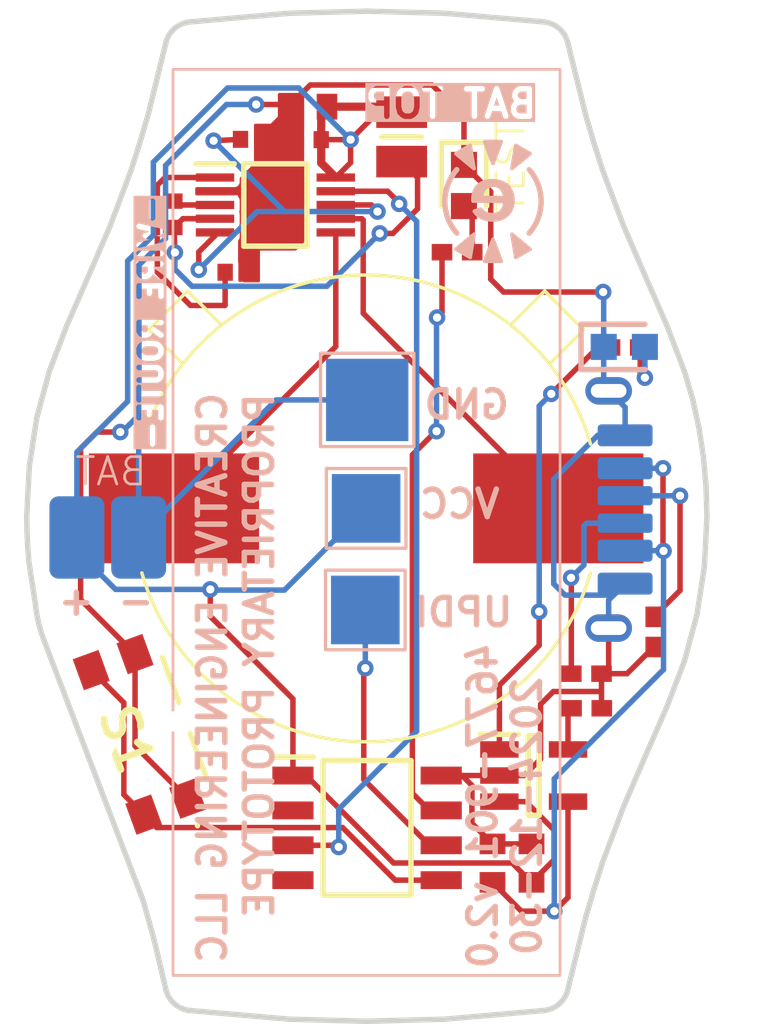
<source format=kicad_pcb>
(kicad_pcb (version 20240108) (generator "pcbnew") (generator_version "8.0")
  (layers (0 "F.Cu" signal) (31 "B.Cu" signal) (34 "B.Paste" user) (35 "F.Paste" user) (36 "B.SilkS" user "B.Silkscreen") (37 "F.SilkS" user "F.Silkscreen") (38 "B.Mask" user) (39 "F.Mask" user) (44 "Edge.Cuts" user))
  (net 0 "")
  (net 1 "Net-(IC2-BOOT)")
  (net 2 "Net-(IC2-SW)")
  (net 3 "Net-(IC2-FB)")
  (net 4 "GND")
  (net 5 "Net-(IC2-VCC)")
  (net 6 "/PWM")
  (net 7 "/VCC")
  (net 8 "Net-(IC2-OUTN)")
  (net 9 "Net-(IC2-OUTP)")
  (net 10 "/TEST")
  (net 11 "/NO_1")
  (net 12 "/STAT")
  (net 13 "Net-(IC3-PROG)")
  (net 14 "Net-(IC3-VDD)")
  (net 15 "/CC2")
  (net 16 "/CC1")
  (net 17 "Net-(LED1-A)")
  (net 18 "Net-(LED2-A)")
  (net 20 "/UPDI")
  (footprint "SD-RES-5_1K:RESC1005X40N" (layer "F.Cu") (at 150.194176 101.924199)
    (property "Reference" "R3" (hide yes))
    (property "Value" "5.1K" (hide yes))
  )
  (footprint "SD-RES-10K:RESC1005X40N" (layer "F.Cu") (at 150.204172 103.184198)
    (property "Reference" "R4" (hide yes))
    (property "Value" "10K" (hide yes))
  )
  (footprint "SD-PAM:SOP50P490X110-10N" (layer "F.Cu") (at 138.864173 84.854201)
    (property "Reference" "IC2" (hide yes))
    (property "Value" "PAM8906M1018-13" (hide yes))
  )
  (footprint "SD-RES:RESC1005X40N" (layer "F.Cu") (at 145.484174 86.574199)
    (property "Reference" "R5" (hide yes))
    (property "Value" "100 Ohms" (hide yes))
  )
  (footprint "SD-01-CAP:CAPC1005X55N" (layer "F.Cu") (at 140.054178 82.474199 180)
    (property "Reference" "C4" (hide yes))
    (property "Value" "1uF" (hide yes))
  )
  (footprint "SD-ATTINY:SOIC127P600X175-8N" (layer "F.Cu") (at 142.204174 107.539198)
    (property "Reference" "IC1" (hide yes))
    (property "Value" "ATTINY402-SSNR" (hide yes))
  )
  (footprint "SD-INDUCTOR:INDC2016X95N" (layer "F.Cu") (at 143.464174 82.374199 -90)
    (property "Reference" "L1" (hide yes))
    (property "Value" "SRN2009T-R47M" (hide yes))
  )
  (footprint "SD-01-CAP:CAPC1005X55N" (layer "F.Cu") (at 138.074173 82.464198)
    (property "Reference" "C5" (hide yes))
    (property "Value" "1uF" (hide yes))
  )
  (footprint "SD-SMD-BUZZER:XDCR_CPT-1762-90-SMT-TR" (layer "F.Cu") (at 142.17 95.9042 180)
    (property "Reference" "LS1" (hide yes))
    (property "Value" "CPT-1762-90-SMT-TR")
  )
  (footprint "SD-01-CAP:CAPC1005X55N" (layer "F.Cu") (at 137.514174 87.304199)
    (property "Reference" "C2" (hide yes))
    (property "Value" "1uF" (hide yes))
  )
  (footprint "SD-01-CAP:CAPC1005X55N" (layer "F.Cu") (at 135.174174 85.194199 90)
    (property "Reference" "C1" (hide yes))
    (property "Value" "0.1uF" (hide yes))
  )
  (footprint "SD-CAP-10:CAPC1608X90N" (layer "F.Cu") (at 148.194172 108.824203 90)
    (property "Reference" "C7" (hide yes))
    (property "Value" "10uF" (hide yes))
  )
  (footprint "SD-RES-5_1K:RESC1005X40N" (layer "F.Cu") (at 152.644173 100.4042 -90)
    (property "Reference" "R1" (hide yes))
    (property "Value" "5.1K" (hide yes))
  )
  (footprint "LED:LEDC1608X80N" (layer "F.Cu") (at 145.734171 84.144197 -90)
    (property "Reference" "LED2" (hide yes))
    (property "Value" "TEST LED" (hide yes))
  )
  (footprint "SD-SWI:436331045822" (layer "F.Cu") (at 133.4422 104.3049 -70)
    (property "Reference" "S1")
    (property "Value" "SIDE SWITCH" (hide yes))
  )
  (footprint "SD-RES:RESC1005X40N" (layer "F.Cu") (at 151.604174 90.044199)
    (property "Reference" "R2" (hide yes))
    (property "Value" "100 Ohms" (hide yes))
  )
  (footprint "SD-CAP-10:CAPC1608X90N" (layer "F.Cu") (at 146.774174 108.824204 90)
    (property "Reference" "C6" (hide yes))
    (property "Value" "10uF" (hide yes))
  )
  (footprint "SD-CAP-10:CAPC1608X90N" (layer "F.Cu") (at 140.04417 81.274196 180)
    (property "Reference" "C3" (hide yes))
    (property "Value" "10uF" (hide yes))
  )
  (footprint "SD-MCP:SOT95P270X145-5N" (layer "F.Cu") (at 148.274176 105.634207)
    (property "Reference" "IC3" (hide yes))
    (property "Value" "MCP73831T-2ACI_OT" (hide yes))
  )
  (footprint "Battery:LP402025" (layer "B.Cu") (at 138.734174 93.414199 180)
    (property "Reference" "U1" (hide yes))
    (property "Value" "LP402025")
  )
  (footprint "SD-USB-C-SHORT:MC-306LS-H50" (layer "B.Cu") (at 151.0042 95.9442 90)
    (property "Reference" "J1" (hide yes))
    (property "Value" "MC-306LS-H50")
  )
  (footprint "TestPoint:TestPoint_Pad_2.5x2.5mm" (layer "B.Cu") (at 142.14 99.6042 180)
    (property "Reference" "TP1" (hide yes))
    (property "Value" "UPDI")
  )
  (footprint "TestPoint:TestPoint_Pad_3.0x3.0mm" (layer "B.Cu") (at 142.21 91.9542 180)
    (property "Reference" "TP3" (hide yes))
    (property "Value" "GND")
  )
  (footprint "TestPoint:TestPoint_Pad_2.5x2.5mm" (layer "B.Cu") (at 142.17 95.9042 180)
    (property "Reference" "TP2" (hide yes))
    (property "Value" "VCC")
  )
  (footprint "LED:LEDC1608X80N" (layer "B.Cu") (at 151.574174 90.024198)
    (property "Reference" "LED1" (hide yes))
    (property "Value" "CHARGE INDICATOR" (hide yes))
  )
  (gr_poly (pts (xy 145.44568 83.472923) (xy 145.427915 83.479165) (xy 145.397187 83.503651) (xy 145.382304 83.520456) (xy 145.367418 83.538221) (xy 145.353016 83.555507) (xy 145.33861 83.573272) (xy 145.310764 83.609761) (xy 145.297322 83.628007) (xy 145.283875 83.646251) (xy 145.257949 83.683701) (xy 145.245466 83.702426) (xy 145.232983 83.72163) (xy 145.2205 83.740838) (xy 145.208496 83.760043) (xy 145.185449 83.799412) (xy 145.173926 83.8191) (xy 145.162882 83.839264) (xy 145.152318 83.859428) (xy 145.141755 83.879596) (xy 145.131674 83.899761) (xy 145.12159 83.920408) (xy 145.11199 83.941052) (xy 145.102386 83.961696) (xy 145.092782 83.982344) (xy 145.084141 84.003468) (xy 145.075496 84.024596) (xy 145.066856 84.045723) (xy 145.058695 84.066847) (xy 145.05053 84.088455) (xy 145.042849 84.109579) (xy 145.035648 84.131186) (xy 145.028443 84.15279) (xy 145.021242 84.174398) (xy 145.015 84.196485) (xy 145.008279 84.218088) (xy 144.996755 84.262263) (xy 144.990993 84.284347) (xy 144.985711 84.306434) (xy 144.980913 84.328521) (xy 144.976111 84.351085) (xy 144.971789 84.373172) (xy 144.967467 84.395739) (xy 144.963628 84.418306) (xy 144.959785 84.44087) (xy 144.956423 84.463437) (xy 144.950665 84.508571) (xy 144.948262 84.531138) (xy 144.945863 84.553701) (xy 144.94394 84.576269) (xy 144.94202 84.599316) (xy 144.941061 84.621883) (xy 144.939621 84.644929) (xy 144.938662 84.667493) (xy 144.938178 84.69006) (xy 144.938178 84.758721) (xy 144.938662 84.781284) (xy 144.939621 84.804332) (xy 144.941061 84.826899) (xy 144.94202 84.849466) (xy 144.94394 84.872513) (xy 144.945863 84.895076) (xy 144.948262 84.917643) (xy 144.950665 84.94021) (xy 144.953544 84.963257) (xy 144.956423 84.985821) (xy 144.959785 85.008388) (xy 144.963628 85.030475) (xy 144.967467 85.053043) (xy 144.971789 85.075606) (xy 144.976111 85.097693) (xy 144.980913 85.12026) (xy 144.985711 85.142347) (xy 144.990993 85.164431) (xy 145.002517 85.208606) (xy 145.008279 85.230689) (xy 145.015 85.252297) (xy 145.021242 85.274384) (xy 145.028443 85.295987) (xy 145.035648 85.317595) (xy 145.042849 85.339199) (xy 145.05053 85.360806) (xy 145.058695 85.381934) (xy 145.066856 85.403058) (xy 145.075496 85.424185) (xy 145.084141 85.44531) (xy 145.092782 85.466437) (xy 145.102386 85.487081) (xy 145.11199 85.507729) (xy 145.12159 85.528373) (xy 145.131674 85.549021) (xy 145.141755 85.569185) (xy 145.152318 85.589349) (xy 145.162882 85.609517) (xy 145.173926 85.629682) (xy 145.185449 85.649366) (xy 145.196973 85.669054) (xy 145.208496 85.688738) (xy 145.2205 85.707943) (xy 145.245466 85.746352) (xy 145.257949 85.765081) (xy 145.283875 85.80253) (xy 145.297322 85.821255) (xy 145.310764 85.8395) (xy 145.324687 85.857265) (xy 145.33861 85.87551) (xy 145.353016 85.893274) (xy 145.367418 85.91104) (xy 145.382304 85.928325) (xy 145.397187 85.94561) (xy 145.427435 85.969137) (xy 145.465368 85.979217) (xy 145.484573 85.978737) (xy 145.503297 85.974419) (xy 145.536908 85.954731) (xy 145.550351 85.940808) (xy 145.560915 85.924482) (xy 145.570515 85.886553) (xy 145.570515 85.866869) (xy 145.566193 85.848144) (xy 145.546509 85.814533) (xy 145.532106 85.798208) (xy 145.518179 85.781882) (xy 145.504737 85.765081) (xy 145.490814 85.748275) (xy 145.464888 85.713705) (xy 145.451922 85.69642) (xy 145.426955 85.660889) (xy 145.414952 85.643124) (xy 145.402948 85.62488) (xy 145.368378 85.570145) (xy 145.357814 85.55142) (xy 145.346774 85.532216) (xy 145.33669 85.513491) (xy 145.326127 85.494282) (xy 145.316526 85.475078) (xy 145.306922 85.455873) (xy 145.297322 85.436189) (xy 145.288197 85.4165) (xy 145.279073 85.396816) (xy 145.270432 85.377132) (xy 145.262268 85.356964) (xy 145.254107 85.33728) (xy 145.245946 85.317115) (xy 145.238261 85.296948) (xy 145.23106 85.276303) (xy 145.223858 85.256139) (xy 145.217137 85.235491) (xy 145.210895 85.214847) (xy 145.204174 85.194199) (xy 145.198412 85.173076) (xy 145.192651 85.152428) (xy 145.187369 85.131304) (xy 145.182087 85.110656) (xy 145.177288 85.089532) (xy 145.172486 85.068404) (xy 145.168164 85.046801) (xy 145.163842 85.025673) (xy 145.160003 85.004549) (xy 145.156641 84.982942) (xy 145.153282 84.961814) (xy 145.150399 84.94021) (xy 145.148 84.918603) (xy 145.145117 84.897479) (xy 145.143198 84.875872) (xy 145.141278 84.854268) (xy 145.139835 84.83266) (xy 145.138395 84.811053) (xy 145.137436 84.789449) (xy 145.136476 84.746234) (xy 145.136476 84.703023) (xy 145.136956 84.68094) (xy 145.137436 84.659332) (xy 145.138395 84.637725) (xy 145.139835 84.616121) (xy 145.141278 84.594513) (xy 145.143198 84.57339) (xy 145.145117 84.551782) (xy 145.148 84.530175) (xy 145.150399 84.508571) (xy 145.153282 84.487443) (xy 145.156641 84.465839) (xy 145.160003 84.444232) (xy 145.163842 84.423105) (xy 145.168164 84.401981) (xy 145.172486 84.380853) (xy 145.177288 84.359729) (xy 145.182087 84.338601) (xy 145.187369 84.317478) (xy 145.192651 84.29635) (xy 145.198412 84.275706) (xy 145.204174 84.255058) (xy 145.210895 84.233934) (xy 145.217137 84.21377) (xy 145.223858 84.193122) (xy 145.23106 84.172478) (xy 145.238261 84.15231) (xy 145.245946 84.131666) (xy 145.254107 84.111502) (xy 145.262268 84.091814) (xy 145.270432 84.071649) (xy 145.279073 84.051965) (xy 145.288197 84.032277) (xy 145.297322 84.012593) (xy 145.306922 83.992908) (xy 145.316526 83.9737) (xy 145.326127 83.954495) (xy 145.33669 83.935291) (xy 145.346774 83.916566) (xy 145.357814 83.897841) (xy 145.368378 83.879116) (xy 145.379901 83.860388) (xy 145.402948 83.823898) (xy 145.414952 83.805653) (xy 145.426955 83.787888) (xy 145.451922 83.752358) (xy 145.464888 83.735077) (xy 145.490814 83.700506) (xy 145.504737 83.683701) (xy 145.518179 83.666895) (xy 145.532106 83.650574) (xy 145.546509 83.634248) (xy 145.565713 83.601117) (xy 145.570515 83.562228) (xy 145.567636 83.543023) (xy 145.561395 83.525258) (xy 145.536908 83.494047) (xy 145.521542 83.482523) (xy 145.504257 83.474842) (xy 145.465368 83.47004)) (stroke (width -0.000001)) (fill solid) (layer "B.SilkS"))
  (gr_poly (pts (xy 147.469437 85.852939) (xy 147.465115 85.853899) (xy 147.460796 85.854859) (xy 147.456954 85.856298) (xy 147.452632 85.857738) (xy 147.448793 85.859661) (xy 147.44495 85.86206) (xy 147.441592 85.864463) (xy 147.438229 85.866862) (xy 147.434867 85.869741) (xy 147.431988 85.873104) (xy 147.429105 85.875986) (xy 147.426226 85.879345) (xy 147.423827 85.883188) (xy 147.421904 85.887026) (xy 147.418065 85.894711) (xy 147.416622 85.899029) (xy 147.415662 85.902872) (xy 147.414702 85.907194) (xy 147.414222 85.911516) (xy 147.414222 85.924479) (xy 147.414702 85.928798) (xy 147.555863 86.775275) (xy 147.556343 86.779594) (xy 147.559222 86.788238) (xy 147.560662 86.792077) (xy 147.562584 86.79592) (xy 147.564984 86.799762) (xy 147.567387 86.8036) (xy 147.570266 86.806963) (xy 147.573148 86.810326) (xy 147.576507 86.813205) (xy 147.57939 86.816084) (xy 147.583229 86.818966) (xy 147.586591 86.820886) (xy 147.59043 86.823289) (xy 147.594752 86.825208) (xy 147.598594 86.826648) (xy 147.602913 86.828087) (xy 147.607235 86.82905) (xy 147.611557 86.83001) (xy 147.61588 86.83049) (xy 147.62452 86.83049) (xy 147.633165 86.82953) (xy 147.637483 86.828571) (xy 147.641806 86.827127) (xy 147.646128 86.825688) (xy 147.649967 86.823768) (xy 147.653809 86.821845) (xy 148.175713 86.520323) (xy 148.179556 86.517924) (xy 148.182915 86.515521) (xy 148.186277 86.512642) (xy 148.18964 86.509759) (xy 148.192519 86.5064) (xy 148.195402 86.503038) (xy 148.197801 86.499679) (xy 148.2002 86.495836) (xy 148.202123 86.491994) (xy 148.204042 86.487675) (xy 148.205482 86.483833) (xy 148.206921 86.479511) (xy 148.207885 86.475193) (xy 148.208844 86.466548) (xy 148.208844 86.462226) (xy 148.208364 86.457427) (xy 148.207405 86.448783) (xy 148.205962 86.444944) (xy 148.203082 86.4363) (xy 148.201159 86.432458) (xy 148.19924 86.428619) (xy 148.196841 86.424776) (xy 148.193958 86.421417) (xy 148.191079 86.418055) (xy 148.188196 86.415176) (xy 148.184838 86.412293) (xy 147.522252 85.866862) (xy 147.51889 85.864463) (xy 147.515051 85.86206) (xy 147.511209 85.859661) (xy 147.50737 85.857738) (xy 147.503528 85.856298) (xy 147.499205 85.854859) (xy 147.495367 85.853899) (xy 147.491044 85.852939) (xy 147.4824 85.85198) (xy 147.478081 85.85198)) (stroke (width -0.000001)) (fill solid) (layer "B.SilkS"))
  (gr_poly (pts (xy 146.779971 86.037311) (xy 146.776129 86.038271) (xy 146.771806 86.03971) (xy 146.767488 86.040673) (xy 146.759803 86.044512) (xy 146.755964 86.046432) (xy 146.752601 86.048834) (xy 146.748763 86.051714) (xy 146.74588 86.054596) (xy 146.742521 86.057475) (xy 146.739638 86.060838) (xy 146.737239 86.064196) (xy 146.734836 86.068039) (xy 146.732437 86.071402) (xy 146.730518 86.07572) (xy 146.729075 86.079563) (xy 146.427552 86.882825) (xy 146.426593 86.887147) (xy 146.425153 86.89147) (xy 146.42419 86.895788) (xy 146.42371 86.90011) (xy 146.42371 86.913073) (xy 146.425629 86.921717) (xy 146.426593 86.926036) (xy 146.428032 86.930359) (xy 146.429952 86.934201) (xy 146.431875 86.938039) (xy 146.436673 86.945724) (xy 146.439556 86.949083) (xy 146.442438 86.952446) (xy 146.445317 86.955325) (xy 146.448676 86.958207) (xy 146.452519 86.960607) (xy 146.456361 86.96301) (xy 146.4602 86.964929) (xy 146.467884 86.968768) (xy 146.472203 86.969731) (xy 146.480848 86.97165) (xy 146.48517 86.97213) (xy 147.096379 86.97213) (xy 147.101178 86.97165) (xy 147.109822 86.969731) (xy 147.113661 86.968768) (xy 147.117983 86.966848) (xy 147.121825 86.964929) (xy 147.125664 86.96301) (xy 147.129507 86.960607) (xy 147.132869 86.958207) (xy 147.136228 86.955325) (xy 147.139591 86.952446) (xy 147.14247 86.949083) (xy 147.145353 86.945724) (xy 147.147752 86.941882) (xy 147.150154 86.938039) (xy 147.152073 86.934201) (xy 147.153993 86.930359) (xy 147.155432 86.926036) (xy 147.156396 86.921717) (xy 147.157355 86.917396) (xy 147.158315 86.908751) (xy 147.158315 86.904433) (xy 147.157355 86.895788) (xy 147.156876 86.89147) (xy 147.155432 86.887147) (xy 147.153993 86.882825) (xy 146.85295 86.079563) (xy 146.851031 86.07572) (xy 146.849108 86.071402) (xy 146.847189 86.068039) (xy 146.844789 86.064196) (xy 146.841907 86.060838) (xy 146.839028 86.057475) (xy 146.836145 86.054596) (xy 146.832786 86.051714) (xy 146.829424 86.048834) (xy 146.826065 86.046432) (xy 146.81838 86.042593) (xy 146.814061 86.040673) (xy 146.810219 86.03971) (xy 146.805897 86.038271) (xy 146.801575 86.037311) (xy 146.797256 86.036831) (xy 146.784293 86.036831)) (stroke (width -0.000001)) (fill solid) (layer "B.SilkS"))
  (gr_poly (pts (xy 146.480848 82.47712) (xy 146.472203 82.47904) (xy 146.467884 82.480483) (xy 146.464042 82.481923) (xy 146.4602 82.483842) (xy 146.456361 82.485765) (xy 146.448676 82.490563) (xy 146.445317 82.493446) (xy 146.442438 82.496805) (xy 146.439556 82.499688) (xy 146.436673 82.503526) (xy 146.434274 82.506889) (xy 146.431875 82.510731) (xy 146.429952 82.51457) (xy 146.428032 82.518892) (xy 146.426593 82.522735) (xy 146.425629 82.527053) (xy 146.42371 82.535698) (xy 146.42371 82.548661) (xy 146.42419 82.553463) (xy 146.425153 82.557785) (xy 146.426593 82.561624) (xy 146.427552 82.565946) (xy 146.729075 83.369208) (xy 146.730518 83.373531) (xy 146.732437 83.377369) (xy 146.734836 83.381212) (xy 146.737239 83.384574) (xy 146.739638 83.387933) (xy 146.742521 83.391296) (xy 146.74588 83.394175) (xy 146.748763 83.397057) (xy 146.752601 83.399936) (xy 146.755964 83.402339) (xy 146.759803 83.404259) (xy 146.767488 83.408097) (xy 146.771806 83.409541) (xy 146.776129 83.4105) (xy 146.779971 83.41146) (xy 146.784293 83.41194) (xy 146.788612 83.41242) (xy 146.792934 83.41242) (xy 146.797256 83.41194) (xy 146.801575 83.41146) (xy 146.810219 83.409541) (xy 146.814061 83.408097) (xy 146.81838 83.406178) (xy 146.826065 83.402339) (xy 146.829424 83.399936) (xy 146.832786 83.397057) (xy 146.836145 83.394175) (xy 146.839028 83.391296) (xy 146.841907 83.387933) (xy 146.844789 83.384574) (xy 146.847189 83.381212) (xy 146.849108 83.377369) (xy 146.851031 83.373531) (xy 146.85295 83.369208) (xy 147.153993 82.565946) (xy 147.155432 82.561624) (xy 147.156876 82.557785) (xy 147.157355 82.553463) (xy 147.157835 82.548661) (xy 147.158315 82.544338) (xy 147.158315 82.54002) (xy 147.157355 82.531375) (xy 147.156396 82.527053) (xy 147.155432 82.522735) (xy 147.153993 82.518892) (xy 147.152073 82.51457) (xy 147.150154 82.510731) (xy 147.147752 82.506889) (xy 147.145353 82.503526) (xy 147.14247 82.499688) (xy 147.139591 82.496805) (xy 147.136228 82.493446) (xy 147.132869 82.490563) (xy 147.129507 82.488164) (xy 147.125664 82.485765) (xy 147.121825 82.483842) (xy 147.117983 82.481923) (xy 147.113661 82.480483) (xy 147.109822 82.47904) (xy 147.101178 82.47712) (xy 147.096379 82.476641) (xy 146.48517 82.476641)) (stroke (width -0.000001)) (fill solid) (layer "B.SilkS"))
  (gr_poly (pts (xy 145.952699 82.618764) (xy 145.944054 82.620684) (xy 145.939736 82.621643) (xy 145.935893 82.623087) (xy 145.932051 82.625006) (xy 145.927732 82.627405) (xy 145.406308 82.928451) (xy 145.398623 82.93325) (xy 145.395264 82.936133) (xy 145.392382 82.939012) (xy 145.389503 82.942374) (xy 145.38662 82.945737) (xy 145.383741 82.949575) (xy 145.381818 82.952938) (xy 145.379419 82.957256) (xy 145.377979 82.961099) (xy 145.376536 82.965421) (xy 145.375096 82.96926) (xy 145.374137 82.973582) (xy 145.373177 82.982227) (xy 145.373177 82.991347) (xy 145.373657 82.995669) (xy 145.374616 82.999992) (xy 145.375576 83.00431) (xy 145.377019 83.008152) (xy 145.378939 83.012475) (xy 145.380858 83.016313) (xy 145.382781 83.020156) (xy 145.38518 83.023998) (xy 145.388063 83.027357) (xy 145.390942 83.03072) (xy 145.393821 83.034078) (xy 145.397184 83.036961) (xy 146.059769 83.581912) (xy 146.063128 83.584312) (xy 146.06697 83.586714) (xy 146.070809 83.589114) (xy 146.074651 83.591033) (xy 146.078494 83.592476) (xy 146.082333 83.593916) (xy 146.086655 83.595355) (xy 146.090977 83.595835) (xy 146.095299 83.596795) (xy 146.108262 83.596795) (xy 146.112581 83.595835) (xy 146.116903 83.595355) (xy 146.120745 83.593916) (xy 146.125064 83.592476) (xy 146.128906 83.591033) (xy 146.132748 83.589114) (xy 146.136587 83.586714) (xy 146.14043 83.584792) (xy 146.143792 83.581912) (xy 146.147151 83.57903) (xy 146.150034 83.576151) (xy 146.152913 83.572788) (xy 146.155796 83.569429) (xy 146.157715 83.565587) (xy 146.160114 83.561745) (xy 146.162037 83.557906) (xy 146.163477 83.554064) (xy 146.164916 83.549741) (xy 146.166356 83.545903) (xy 146.166836 83.54158) (xy 146.167799 83.537258) (xy 146.167799 83.528617) (xy 146.167319 83.524295) (xy 146.166836 83.519973) (xy 146.026158 82.673499) (xy 146.025199 82.669177) (xy 146.024239 82.664858) (xy 146.022796 82.661016) (xy 146.020877 82.656694) (xy 146.018957 82.652855) (xy 146.017034 82.649013) (xy 146.014635 82.64565) (xy 146.011756 82.641811) (xy 146.005514 82.63557) (xy 146.002152 82.632687) (xy 145.998789 82.630288) (xy 145.99495 82.627885) (xy 145.991108 82.625486) (xy 145.987269 82.623566) (xy 145.982947 82.622123) (xy 145.979104 82.620684) (xy 145.974782 82.619724) (xy 145.970464 82.618764) (xy 145.966141 82.618764) (xy 145.961339 82.618285) (xy 145.957017 82.618285)) (stroke (width -0.000001)) (fill solid) (layer "B.SilkS"))
  (gr_poly (pts (xy 148.077769 83.474842) (xy 148.060483 83.482523) (xy 148.044641 83.494047) (xy 148.020635 83.525258) (xy 148.01391 83.543023) (xy 148.011031 83.562228) (xy 148.016312 83.601117) (xy 148.035517 83.634248) (xy 148.04944 83.650574) (xy 148.063366 83.666895) (xy 148.077289 83.683701) (xy 148.090732 83.700506) (xy 148.104178 83.717791) (xy 148.117141 83.735077) (xy 148.130104 83.752358) (xy 148.15507 83.787888) (xy 148.167074 83.805653) (xy 148.179077 83.823898) (xy 148.202124 83.860388) (xy 148.213168 83.879116) (xy 148.224211 83.897841) (xy 148.234771 83.916566) (xy 148.245335 83.935291) (xy 148.255419 83.954495) (xy 148.265499 83.9737) (xy 148.275104 83.992908) (xy 148.284708 84.012593) (xy 148.293828 84.032277) (xy 148.302473 84.051965) (xy 148.311594 84.071649) (xy 148.319758 84.091814) (xy 148.327919 84.111502) (xy 148.3356 84.131666) (xy 148.343281 84.15231) (xy 148.350966 84.172478) (xy 148.357687 84.193122) (xy 148.364889 84.21377) (xy 148.37113 84.233934) (xy 148.377372 84.255058) (xy 148.383613 84.275706) (xy 148.389375 84.29635) (xy 148.394657 84.317478) (xy 148.399939 84.338601) (xy 148.404741 84.359729) (xy 148.409539 84.380853) (xy 148.413861 84.401981) (xy 148.417704 84.423105) (xy 148.421543 84.444232) (xy 148.425385 84.465839) (xy 148.428268 84.487443) (xy 148.431626 84.508571) (xy 148.434029 84.530175) (xy 148.438828 84.57339) (xy 148.440271 84.594513) (xy 148.44219 84.616121) (xy 148.44315 84.637725) (xy 148.445069 84.68094) (xy 148.445549 84.703023) (xy 148.445549 84.746234) (xy 148.445069 84.767841) (xy 148.44411 84.789449) (xy 148.44315 84.811053) (xy 148.44219 84.83266) (xy 148.440271 84.854268) (xy 148.438828 84.875872) (xy 148.436429 84.897479) (xy 148.434029 84.918603) (xy 148.431626 84.94021) (xy 148.428268 84.961814) (xy 148.425385 84.982942) (xy 148.421543 85.004549) (xy 148.417704 85.025673) (xy 148.413861 85.046801) (xy 148.409539 85.068404) (xy 148.404741 85.089532) (xy 148.399939 85.110656) (xy 148.394657 85.131304) (xy 148.389375 85.152428) (xy 148.383613 85.173076) (xy 148.377372 85.194199) (xy 148.37113 85.214847) (xy 148.364889 85.235491) (xy 148.357687 85.256139) (xy 148.350966 85.276303) (xy 148.343281 85.296948) (xy 148.3356 85.317115) (xy 148.327919 85.33728) (xy 148.319758 85.356964) (xy 148.311594 85.377132) (xy 148.302473 85.396816) (xy 148.293828 85.4165) (xy 148.284708 85.436189) (xy 148.275104 85.455873) (xy 148.265499 85.475078) (xy 148.255419 85.494282) (xy 148.245335 85.513491) (xy 148.234771 85.532216) (xy 148.224211 85.55142) (xy 148.213168 85.570145) (xy 148.202124 85.58839) (xy 148.179077 85.62488) (xy 148.167074 85.643124) (xy 148.15507 85.660889) (xy 148.130104 85.69642) (xy 148.104178 85.73099) (xy 148.090732 85.748275) (xy 148.077289 85.765081) (xy 148.063366 85.781882) (xy 148.04944 85.798208) (xy 148.035517 85.814533) (xy 148.015833 85.848144) (xy 148.01151 85.866869) (xy 148.011031 85.886553) (xy 148.021115 85.924482) (xy 148.031195 85.940808) (xy 148.044641 85.954731) (xy 148.078728 85.974419) (xy 148.096973 85.978737) (xy 148.116661 85.979217) (xy 148.154111 85.969137) (xy 148.184839 85.94561) (xy 148.199721 85.928325) (xy 148.214127 85.91104) (xy 148.22853 85.893274) (xy 148.242936 85.87551) (xy 148.256859 85.857265) (xy 148.270781 85.8395) (xy 148.284708 85.821255) (xy 148.297671 85.80253) (xy 148.311113 85.783805) (xy 148.324077 85.765081) (xy 148.33656 85.746352) (xy 148.349043 85.727148) (xy 148.37305 85.688738) (xy 148.385053 85.669054) (xy 148.396576 85.649366) (xy 148.40762 85.629682) (xy 148.418664 85.609517) (xy 148.429707 85.589349) (xy 148.440271 85.569185) (xy 148.450351 85.549021) (xy 148.460435 85.528373) (xy 148.470039 85.507729) (xy 148.47964 85.487081) (xy 148.488764 85.466437) (xy 148.497885 85.44531) (xy 148.506529 85.424185) (xy 148.51517 85.403058) (xy 148.523331 85.381934) (xy 148.531016 85.360806) (xy 148.538697 85.339199) (xy 148.546378 85.317595) (xy 148.553583 85.295987) (xy 148.560304 85.274384) (xy 148.567026 85.252297) (xy 148.573267 85.230689) (xy 148.579509 85.208606) (xy 148.591032 85.164431) (xy 148.596314 85.142347) (xy 148.601113 85.12026) (xy 148.605915 85.097693) (xy 148.610237 85.075606) (xy 148.614559 85.053043) (xy 148.618398 85.030475) (xy 148.62224 85.008388) (xy 148.625119 84.985821) (xy 148.628482 84.963257) (xy 148.631361 84.94021) (xy 148.633764 84.917643) (xy 148.636163 84.895076) (xy 148.638086 84.872513) (xy 148.639525 84.849466) (xy 148.642404 84.804332) (xy 148.642884 84.781284) (xy 148.643848 84.758721) (xy 148.643848 84.69006) (xy 148.642884 84.667493) (xy 148.642404 84.644929) (xy 148.640965 84.621883) (xy 148.639525 84.599316) (xy 148.638086 84.576269) (xy 148.636163 84.553701) (xy 148.633764 84.531138) (xy 148.631361 84.508571) (xy 148.628482 84.486004) (xy 148.625119 84.463437) (xy 148.62224 84.44087) (xy 148.618398 84.418306) (xy 148.614559 84.395739) (xy 148.610237 84.373172) (xy 148.605915 84.351085) (xy 148.601113 84.328521) (xy 148.596314 84.306434) (xy 148.591032 84.284347) (xy 148.585271 84.262263) (xy 148.579509 84.240175) (xy 148.573267 84.218088) (xy 148.567026 84.196485) (xy 148.560304 84.174398) (xy 148.553583 84.15279) (xy 148.546378 84.131186) (xy 148.538697 84.109579) (xy 148.531016 84.088455) (xy 148.523331 84.066847) (xy 148.51517 84.045723) (xy 148.506529 84.024596) (xy 148.497885 84.003468) (xy 148.488764 83.982344) (xy 148.47964 83.961696) (xy 148.470039 83.941052) (xy 148.460435 83.920408) (xy 148.450351 83.899761) (xy 148.440271 83.879596) (xy 148.429707 83.859428) (xy 148.40762 83.8191) (xy 148.396576 83.799412) (xy 148.385053 83.779727) (xy 148.37305 83.760043) (xy 148.361046 83.740838) (xy 148.349043 83.72163) (xy 148.33656 83.702426) (xy 148.324077 83.683701) (xy 148.311113 83.664976) (xy 148.297671 83.646251) (xy 148.284708 83.628007) (xy 148.270781 83.609761) (xy 148.242936 83.573272) (xy 148.22853 83.555507) (xy 148.214127 83.538221) (xy 148.199721 83.520456) (xy 148.184839 83.503651) (xy 148.154111 83.479165) (xy 148.136346 83.472923) (xy 148.116661 83.47004)) (stroke (width -0.000001)) (fill solid) (layer "B.SilkS"))
  (gr_poly (pts (xy 146.71467 83.905997) (xy 146.654654 83.91032) (xy 146.595117 83.918001) (xy 146.536064 83.929524) (xy 146.486607 83.942007) (xy 146.438114 83.957373) (xy 146.391061 83.976098) (xy 146.34545 83.998182) (xy 146.301276 84.023631) (xy 146.259508 84.05244) (xy 146.220135 84.084607) (xy 146.183645 84.120138) (xy 146.150515 84.158547) (xy 146.120266 84.199359) (xy 146.093861 84.24257) (xy 146.070813 84.288184) (xy 146.045847 84.347721) (xy 146.026639 84.409657) (xy 146.012236 84.472556) (xy 146.002632 84.536411) (xy 145.997354 84.60075) (xy 145.995431 84.665569) (xy 145.995431 84.683334) (xy 145.996391 84.705901) (xy 145.997834 84.716461) (xy 146.000233 84.727025) (xy 146.004076 84.736629) (xy 146.009357 84.74575) (xy 146.016079 84.753914) (xy 146.02376 84.761116) (xy 146.032401 84.767357) (xy 146.042005 84.772159) (xy 146.052089 84.775998) (xy 146.062649 84.778401) (xy 146.073213 84.779361) (xy 147.154955 84.779361) (xy 147.149673 84.81585) (xy 147.141991 84.85186) (xy 147.132387 84.88739) (xy 147.119904 84.921961) (xy 147.105022 84.955568) (xy 147.086773 84.987739) (xy 147.06517 85.017508) (xy 147.041163 85.044393) (xy 147.014273 85.0684) (xy 146.984505 85.089047) (xy 146.952817 85.106333) (xy 146.918727 85.120255) (xy 146.88368 85.130819) (xy 146.84767 85.138021) (xy 146.81118 85.141863) (xy 146.774207 85.142823) (xy 146.727157 85.141383) (xy 146.680584 85.136101) (xy 146.634489 85.126977) (xy 146.589359 85.113534) (xy 146.552386 85.098168) (xy 146.517339 85.078964) (xy 146.484208 85.056396) (xy 146.45348 85.030471) (xy 146.425631 85.002142) (xy 146.400185 84.971414) (xy 146.392504 84.962773) (xy 146.38338 84.955088) (xy 146.373296 84.948846) (xy 146.362256 84.944528) (xy 146.350732 84.941645) (xy 146.339209 84.940686) (xy 146.327685 84.941645) (xy 146.316162 84.944048) (xy 146.098179 85.011746) (xy 146.087619 85.016068) (xy 146.078015 85.021829) (xy 146.069374 85.028551) (xy 146.061689 85.036712) (xy 146.055448 85.045833) (xy 146.050646 85.055917) (xy 146.047287 85.06648) (xy 146.045367 85.077524) (xy 146.045367 85.088568) (xy 146.046327 85.099608) (xy 146.049206 85.110171) (xy 146.053528 85.120255) (xy 146.05929 85.12986) (xy 146.090978 85.171148) (xy 146.124588 85.21052) (xy 146.161078 85.24749) (xy 146.200447 85.28158) (xy 146.241739 85.312788) (xy 146.284954 85.341597) (xy 146.330084 85.367043) (xy 146.390101 85.394892) (xy 146.452041 85.417459) (xy 146.515416 85.435221) (xy 146.580235 85.448187) (xy 146.645533 85.457308) (xy 146.711311 85.46211) (xy 146.77709 85.464029) (xy 146.77805 85.467872) (xy 146.839506 85.466432) (xy 146.900482 85.46163) (xy 146.960982 85.452989) (xy 147.020999 85.440023) (xy 147.070931 85.4261) (xy 147.119904 85.409295) (xy 147.167918 85.38865) (xy 147.214011 85.364644) (xy 147.258662 85.337755) (xy 147.301393 85.307986) (xy 147.341726 85.275339) (xy 147.379175 85.239329) (xy 147.413745 85.200436) (xy 147.445913 85.159145) (xy 147.474722 85.115933) (xy 147.499688 85.070323) (xy 147.523695 85.018947) (xy 147.543863 84.965652) (xy 147.558745 84.910917) (xy 147.570269 84.855223) (xy 147.578429 84.799045) (xy 147.583231 84.742391) (xy 147.584675 84.685733) (xy 147.583231 84.624277) (xy 147.57795 84.562821) (xy 147.571297 84.520569) (xy 147.14535 84.520569) (xy 146.450647 84.520569) (xy 146.45444 84.4836) (xy 146.461641 84.446627) (xy 146.472205 84.410617) (xy 146.487087 84.37605) (xy 146.505815 84.343398) (xy 146.527899 84.31315) (xy 146.552386 84.287224) (xy 146.579755 84.264178) (xy 146.609523 84.244493) (xy 146.641691 84.228647) (xy 146.675302 84.216164) (xy 146.709872 84.20752) (xy 146.745402 84.202722) (xy 146.781412 84.201278) (xy 146.820301 84.202722) (xy 146.859194 84.20704) (xy 146.897603 84.215205) (xy 146.934573 84.227688) (xy 146.970103 84.244493) (xy 147.003233 84.265617) (xy 147.02868 84.286745) (xy 147.051727 84.310271) (xy 147.071891 84.336197) (xy 147.089656 84.364047) (xy 147.108861 84.401016) (xy 147.124226 84.439905) (xy 147.13623 84.479757) (xy 147.14535 84.520569) (xy 147.571297 84.520569) (xy 147.568349 84.501845) (xy 147.554906 84.441828) (xy 147.54002 84.391892) (xy 147.521296 84.343398) (xy 147.499208 84.295865) (xy 147.473762 84.250255) (xy 147.444953 84.20704) (xy 147.412786 84.165752) (xy 147.377736 84.127339) (xy 147.339327 84.091809) (xy 147.298514 84.059161) (xy 147.255303 84.029873) (xy 147.210169 84.003463) (xy 147.163595 83.980417) (xy 147.11078 83.959292) (xy 147.056525 83.941527) (xy 147.00131 83.927605) (xy 146.945136 83.917521) (xy 146.888478 83.91032) (xy 146.831825 83.905997) (xy 146.774687 83.904558)) (stroke (width -0.000001)) (fill solid) (layer "B.SilkS"))
  (gr_poly (pts (xy 146.095302 85.85246) (xy 146.090979 85.85294) (xy 146.086657 85.853899) (xy 146.082339 85.854859) (xy 146.074654 85.857738) (xy 146.070815 85.859661) (xy 146.066973 85.86206) (xy 146.06313 85.864463) (xy 146.059771 85.866862) (xy 145.397186 86.412293) (xy 145.393824 86.415172) (xy 145.390945 86.418055) (xy 145.388066 86.421417) (xy 145.385183 86.424777) (xy 145.382784 86.428619) (xy 145.380864 86.432458) (xy 145.378941 86.4363) (xy 145.377022 86.440622) (xy 145.375582 86.444944) (xy 145.374619 86.448783) (xy 145.37366 86.453105) (xy 145.37318 86.457428) (xy 145.37318 86.466548) (xy 145.37366 86.470871) (xy 145.374139 86.475189) (xy 145.375103 86.479511) (xy 145.376542 86.483834) (xy 145.377982 86.487676) (xy 145.379421 86.491994) (xy 145.38182 86.495837) (xy 145.383743 86.499679) (xy 145.386622 86.503038) (xy 145.389505 86.506401) (xy 145.392384 86.509759) (xy 145.395267 86.512642) (xy 145.398626 86.515521) (xy 145.402468 86.517924) (xy 145.40631 86.520323) (xy 145.927735 86.821846) (xy 145.932054 86.823769) (xy 145.935896 86.825688) (xy 145.939739 86.827128) (xy 145.944057 86.828571) (xy 145.948379 86.829531) (xy 145.957023 86.83049) (xy 145.966144 86.83049) (xy 145.970466 86.83001) (xy 145.974789 86.829051) (xy 145.979107 86.828087) (xy 145.98295 86.826648) (xy 145.987272 86.825208) (xy 145.991111 86.823289) (xy 145.994953 86.820886) (xy 145.998795 86.818967) (xy 146.002154 86.816084) (xy 146.005517 86.813205) (xy 146.008875 86.810326) (xy 146.011758 86.806963) (xy 146.014637 86.803601) (xy 146.01704 86.799762) (xy 146.020879 86.792078) (xy 146.022802 86.788239) (xy 146.024241 86.783917) (xy 146.025201 86.779594) (xy 146.026161 86.775276) (xy 146.166842 85.928798) (xy 146.167321 85.92448) (xy 146.167801 85.920157) (xy 146.167801 85.911513) (xy 146.166842 85.907194) (xy 146.166362 85.902872) (xy 146.164919 85.89903) (xy 146.163479 85.894711) (xy 146.16204 85.890869) (xy 146.160117 85.887026) (xy 146.157717 85.883188) (xy 146.155798 85.879345) (xy 146.152915 85.875983) (xy 146.150036 85.873104) (xy 146.147154 85.869741) (xy 146.143795 85.866862) (xy 146.140432 85.864463) (xy 146.136594 85.86206) (xy 146.132751 85.859661) (xy 146.128909 85.857738) (xy 146.12507 85.856298) (xy 146.120748 85.854859) (xy 146.116906 85.853899) (xy 146.112587 85.85294) (xy 146.108265 85.85246) (xy 146.103943 85.851976) (xy 146.09962 85.851976)) (stroke (width -0.000001)) (fill solid) (layer "B.SilkS"))
  (gr_poly (pts (xy 147.615884 82.618762) (xy 147.611562 82.618762) (xy 147.607239 82.619726) (xy 147.602917 82.620685) (xy 147.598599 82.622125) (xy 147.594756 82.623564) (xy 147.590434 82.625487) (xy 147.586595 82.627887) (xy 147.583233 82.630286) (xy 147.57939 82.632689) (xy 147.576511 82.635568) (xy 147.573152 82.63893) (xy 147.57027 82.641809) (xy 147.567387 82.645652) (xy 147.564988 82.649011) (xy 147.562589 82.652853) (xy 147.560665 82.656695) (xy 147.559226 82.661014) (xy 147.557786 82.664856) (xy 147.556347 82.669178) (xy 147.555867 82.673501) (xy 147.414706 83.519974) (xy 147.414226 83.524297) (xy 147.414226 83.53726) (xy 147.414706 83.541582) (xy 147.415666 83.545901) (xy 147.416626 83.549743) (xy 147.418069 83.554065) (xy 147.419988 83.557904) (xy 147.421908 83.561746) (xy 147.423831 83.565589) (xy 147.42623 83.569427) (xy 147.429109 83.57279) (xy 147.431991 83.576149) (xy 147.434871 83.579031) (xy 147.438233 83.581911) (xy 147.441592 83.584793) (xy 147.444955 83.586712) (xy 147.448797 83.589115) (xy 147.452636 83.591035) (xy 147.456958 83.592474) (xy 147.4608 83.593914) (xy 147.465119 83.595357) (xy 147.469441 83.595837) (xy 147.473763 83.596797) (xy 147.486726 83.596797) (xy 147.491048 83.595837) (xy 147.495367 83.595357) (xy 147.499209 83.593914) (xy 147.503532 83.592474) (xy 147.50737 83.591035) (xy 147.511213 83.589115) (xy 147.515055 83.586712) (xy 147.518894 83.584313) (xy 147.522256 83.581911) (xy 148.184842 83.036959) (xy 148.188201 83.03408) (xy 148.191083 83.030718) (xy 148.193962 83.027359) (xy 148.196845 83.023996) (xy 148.199244 83.020157) (xy 148.201164 83.016315) (xy 148.203087 83.012473) (xy 148.204526 83.008154) (xy 148.205966 83.004312) (xy 148.207405 82.999989) (xy 148.207889 82.995667) (xy 148.208369 82.991349) (xy 148.208848 82.987026) (xy 148.208848 82.982224) (xy 148.208369 82.977902) (xy 148.207889 82.973584) (xy 148.206925 82.969261) (xy 148.205486 82.965419) (xy 148.204046 82.961101) (xy 148.202127 82.957258) (xy 148.200204 82.952936) (xy 148.197805 82.949577) (xy 148.195402 82.945735) (xy 148.192523 82.942376) (xy 148.18964 82.939013) (xy 148.186281 82.936134) (xy 148.182919 82.933251) (xy 148.17956 82.930852) (xy 148.175717 82.92845) (xy 147.653813 82.627407) (xy 147.649971 82.625004) (xy 147.646132 82.623085) (xy 147.64181 82.621645) (xy 147.637488 82.620685) (xy 147.633169 82.619726) (xy 147.628847 82.618762) (xy 147.624524 82.618282) (xy 147.620206 82.618282)) (stroke (width -0.000001)) (fill solid) (layer "B.SilkS"))
  (gr_line (start 133.853275 109.678312) (end 133.979135 110.008638) (stroke (width 0.2)) (layer "Edge.Cuts"))
  (gr_line (start 148.606174 114.195408) (end 145.031525 114.507977) (stroke (width 0.2)) (layer "Edge.Cuts"))
  (gr_line (start 153.762846 101.468912) (end 154.222505 99.769758) (stroke (width 0.2)) (layer "Edge.Cuts"))
  (gr_line (start 134.870823 113.408202) (end 134.469454 111.705541) (stroke (width 0.2)) (layer "Edge.Cuts"))
  (gr_line (start 139.361566 114.50798) (end 142.196545 114.582927) (stroke (width 0.2)) (layer "Edge.Cuts"))
  (gr_line (start 135.7892 114.195606) (end 139.361566 114.50798) (stroke (width 0.2)) (layer "Edge.Cuts"))
  (gr_arc (start 134.87174 78.967016) (mid 135.19905 78.42183) (end 135.788876 78.184204) (stroke (width 0.2)) (layer "Edge.Cuts"))
  (gr_line (start 130.121105 99.373483) (end 129.887419 97.875984) (stroke (width 0.2)) (layer "Edge.Cuts"))
  (gr_line (start 154.552738 95.11219) (end 154.585562 96.202075) (stroke (width 0.2)) (layer "Edge.Cuts"))
  (gr_line (start 133.608716 83.58843) (end 133.608719 83.588424) (stroke (width 0.2)) (layer "Edge.Cuts"))
  (gr_line (start 153.125279 103.133715) (end 153.762846 101.468912) (stroke (width 0.2)) (layer "Edge.Cuts"))
  (gr_line (start 134.87174 78.967016) (end 134.224271 81.581807) (stroke (width 0.2)) (layer "Edge.Cuts"))
  (gr_line (start 129.843072 97.31107) (end 129.816166 96.745041) (stroke (width 0.2)) (layer "Edge.Cuts"))
  (gr_line (start 134.224271 81.581807) (end 133.926714 82.590748) (stroke (width 0.2)) (layer "Edge.Cuts"))
  (gr_line (start 133.853275 109.678312) (end 130.42685 100.685573) (stroke (width 0.2)) (layer "Edge.Cuts"))
  (gr_line (start 153.129077 89.254704) (end 153.766641 90.921874) (stroke (width 0.2)) (layer "Edge.Cuts"))
  (gr_line (start 154.066108 91.937887) (end 154.293863 92.971628) (stroke (width 0.2)) (layer "Edge.Cuts"))
  (gr_arc (start 135.7892 114.195606) (mid 135.197453 113.956511) (end 134.870823 113.408202) (stroke (width 0.2)) (layer "Edge.Cuts"))
  (gr_line (start 130.630211 90.910584) (end 130.170572 92.609706) (stroke (width 0.2)) (layer "Edge.Cuts"))
  (gr_line (start 129.900378 94.370664) (end 129.807527 96.177319) (stroke (width 0.2)) (layer "Edge.Cuts"))
  (gr_line (start 134.469454 111.705541) (end 134.105009 110.382741) (stroke (width 0.2)) (layer "Edge.Cuts"))
  (gr_line (start 152.355532 87.48615) (end 153.129077 89.254704) (stroke (width 0.2)) (layer "Edge.Cuts"))
  (gr_line (start 129.887419 97.875984) (end 129.843072 97.31107) (stroke (width 0.2)) (layer "Edge.Cuts"))
  (gr_line (start 150.466305 82.590505) (end 150.784274 83.588123) (stroke (width 0.2)) (layer "Edge.Cuts"))
  (gr_line (start 129.816166 96.745041) (end 129.807527 96.177319) (stroke (width 0.2)) (layer "Edge.Cuts"))
  (gr_line (start 133.926714 82.590748) (end 133.608719 83.588424) (stroke (width 0.2)) (layer "Edge.Cuts"))
  (gr_line (start 150.168743 110.797854) (end 150.466292 109.788919) (stroke (width 0.2)) (layer "Edge.Cuts"))
  (gr_line (start 130.170572 92.609706) (end 129.900378 94.370664) (stroke (width 0.2)) (layer "Edge.Cuts"))
  (gr_arc (start 148.604174 78.184199) (mid 149.194015 78.421802) (end 149.521343 78.966982) (stroke (width 0.2)) (layer "Edge.Cuts"))
  (gr_line (start 154.492706 98.008764) (end 154.585562 96.202075) (stroke (width 0.2)) (layer "Edge.Cuts"))
  (gr_line (start 145.031438 77.871605) (end 142.196545 77.796586) (stroke (width 0.2)) (layer "Edge.Cuts"))
  (gr_line (start 154.222505 99.769758) (end 154.492706 98.008764) (stroke (width 0.2)) (layer "Edge.Cuts"))
  (gr_line (start 135.788876 78.184204) (end 139.361655 77.871606) (stroke (width 0.2)) (layer "Edge.Cuts"))
  (gr_line (start 132.84881 85.608264) (end 132.040308 87.479948) (stroke (width 0.2)) (layer "Edge.Cuts"))
  (gr_line (start 150.784274 83.588123) (end 151.545586 85.611415) (stroke (width 0.2)) (layer "Edge.Cuts"))
  (gr_line (start 139.361655 77.871606) (end 142.196545 77.796586) (stroke (width 0.2)) (layer "Edge.Cuts"))
  (gr_line (start 149.521274 113.412743) (end 150.168743 110.797854) (stroke (width 0.2)) (layer "Edge.Cuts"))
  (gr_line (start 152.352699 104.899629) (end 153.125279 103.133715) (stroke (width 0.2)) (layer "Edge.Cuts"))
  (gr_line (start 150.168769 81.581633) (end 150.466305 82.590505) (stroke (width 0.2)) (layer "Edge.Cuts"))
  (gr_line (start 150.466292 109.788919) (end 150.784279 108.79127) (stroke (width 0.2)) (layer "Edge.Cuts"))
  (gr_line (start 149.521343 78.966982) (end 150.168769 81.581633) (stroke (width 0.2)) (layer "Edge.Cuts"))
  (gr_line (start 133.608716 83.58843) (end 132.84881 85.608264) (stroke (width 0.2)) (layer "Edge.Cuts"))
  (gr_line (start 153.766641 90.921874) (end 154.066108 91.937887) (stroke (width 0.2)) (layer "Edge.Cuts"))
  (gr_line (start 151.544186 106.771368) (end 152.352699 104.899629) (stroke (width 0.2)) (layer "Edge.Cuts"))
  (gr_arc (start 133.979135 110.008638) (mid 134.045764 110.194447) (end 134.105009 110.382741) (stroke (width 0.2)) (layer "Edge.Cuts"))
  (gr_line (start 131.267749 89.245819) (end 130.630211 90.910584) (stroke (width 0.2)) (layer "Edge.Cuts"))
  (gr_line (start 154.293863 92.971628) (end 154.455007 94.030054) (stroke (width 0.2)) (layer "Edge.Cuts"))
  (gr_arc (start 130.42685 100.685573) (mid 130.229595 100.03987) (end 130.121105 99.373483) (stroke (width 0.2)) (layer "Edge.Cuts"))
  (gr_line (start 145.031525 114.507977) (end 142.196545 114.582927) (stroke (width 0.2)) (layer "Edge.Cuts"))
  (gr_line (start 148.604174 78.184199) (end 145.031438 77.871605) (stroke (width 0.2)) (layer "Edge.Cuts"))
  (gr_line (start 132.040308 87.479948) (end 131.267749 89.245819) (stroke (width 0.2)) (layer "Edge.Cuts"))
  (gr_line (start 154.455007 94.030054) (end 154.552738 95.11219) (stroke (width 0.2)) (layer "Edge.Cuts"))
  (gr_line (start 151.545586 85.611415) (end 152.355532 87.48615) (stroke (width 0.2)) (layer "Edge.Cuts"))
  (gr_arc (start 149.521274 113.412743) (mid 149.194765 113.957286) (end 148.606174 114.195408) (stroke (width 0.2)) (layer "Edge.Cuts"))
  (gr_line (start 150.784279 108.79127) (end 151.544186 106.771368) (stroke (width 0.2)) (layer "Edge.Cuts"))
  (gr_text "4677-901 v2.0 \n2024-12-30" (at 148.614174 107.114199 90) (layer "B.SilkS") (effects (font (size 1 1) (thickness 0.2) (bold yes)) (justify bottom mirror)))
  (gr_text "BAT TOP " (at 148.484174 81.754199 0) (layer "B.SilkS" knockout) (effects (font (size 1 1) (thickness 0.2) (bold yes)) (justify left bottom mirror)))
  (gr_text "VCC" (at 147.14 96.334173 0) (layer "B.SilkS") (effects (font (size 1 1) (thickness 0.2) (bold yes)) (justify left bottom mirror)))
  (gr_text "-" (at 134.534174 99.854199 0) (layer "B.SilkS") (effects (font (size 1 1) (thickness 0.2) (bold yes)) (justify left bottom mirror)))
  (gr_text "-WIRE ROUTE-" (at 134.804174 84.394199 90) (layer "B.SilkS" knockout) (effects (font (size 0.8 0.8) (thickness 0.2) (bold yes)) (justify left bottom mirror)))
  (gr_text "GND" (at 147.49 92.714173 0) (layer "B.SilkS") (effects (font (size 1 1) (thickness 0.2) (bold yes)) (justify left bottom mirror)))
  (gr_text "UPDI" (at 147.61 100.274173 0) (layer "B.SilkS") (effects (font (size 1 1) (thickness 0.2) (bold yes)) (justify left bottom mirror)))
  (gr_text "+" (at 132.364174 99.854199 0) (layer "B.SilkS") (effects (font (size 1 1) (thickness 0.2) (bold yes)) (justify left bottom mirror)))
  (gr_text "BAT" (at 134.25 95.144173 0) (layer "B.SilkS") (effects (font (size 1 1) (thickness 0.1)) (justify left bottom mirror)))
  (gr_text "CREATIVE ENGINEERING LLC\n" (at 137.154174 91.584199 90) (layer "B.SilkS") (effects (font (size 1 1) (thickness 0.2) (bold yes)) (justify left bottom mirror)))
  (gr_text "PROPRIETARY PROTOTYPE" (at 138.864174 91.614199 90) (layer "B.SilkS") (effects (font (size 1 1) (thickness 0.2) (bold yes)) (justify left bottom mirror)))
  (gr_text "TEST" (at 148.024174 85.224199 90) (layer "F.SilkS") (effects (font (size 1 1) (thickness 0.1)) (justify left bottom)))
  (segment (start 135.314178 84.854201) (end 136.664173 84.854201) (width 0.2) (layer "F.Cu") (net 1))
  (segment (start 135.174174 84.714197) (end 135.314178 84.854201) (width 0.2) (layer "F.Cu") (net 1))
  (segment (start 135.174174 85.674201) (end 135.494175 85.3542) (width 0.2) (layer "F.Cu") (net 2))
  (segment (start 135.174174 85.674201) (end 135.204174 86.584199) (width 0.2) (layer "F.Cu") (net 2))
  (segment (start 144.044174 84.992728) (end 144.044174 83.854199) (width 0.2) (layer "F.Cu") (net 2))
  (segment (start 135.204174 86.584199) (end 135.174174 86.544199) (width 0.2) (layer "F.Cu") (net 2))
  (segment (start 143.146983 85.889919) (end 144.044174 84.992728) (width 0.2) (layer "F.Cu") (net 2))
  (segment (start 144.044174 83.854199) (end 143.464174 83.274199) (width 0.2) (layer "F.Cu") (net 2))
  (segment (start 142.666845 85.889919) (end 143.146983 85.889919) (width 0.2) (layer "F.Cu") (net 2))
  (segment (start 135.494175 85.3542) (end 136.664172 85.3542) (width 0.2) (layer "F.Cu") (net 2))
  (via (at 142.666845 85.889919) (size 0.6) (drill 0.3) (layers "F.Cu" "B.Cu") (net 2))
  (via (at 135.204174 86.584199) (size 0.6) (drill 0.3) (layers "F.Cu" "B.Cu") (net 2))
  (segment (start 140.742565 87.814199) (end 135.825645 87.814199) (width 0.2) (layer "B.Cu") (net 2))
  (segment (start 135.204174 87.192728) (end 135.204174 86.584199) (width 0.2) (layer "B.Cu") (net 2))
  (segment (start 135.825645 87.814199) (end 135.204174 87.192728) (width 0.2) (layer "B.Cu") (net 2))
  (segment (start 142.666845 85.889919) (end 140.742565 87.814199) (width 0.2) (layer "B.Cu") (net 2))
  (segment (start 136.614174 82.514199) (end 136.624176 82.464197) (width 0.2) (layer "F.Cu") (net 3))
  (segment (start 141.064173 84.854201) (end 142.364176 84.854201) (width 0.2) (layer "F.Cu") (net 3))
  (segment (start 142.364176 84.854201) (end 142.584174 85.074199) (width 0.2) (layer "F.Cu") (net 3))
  (segment (start 142.604174 85.094199) (end 142.564174 85.054199) (width 0.2) (layer "F.Cu") (net 3))
  (segment (start 142.584174 85.074199) (end 142.584174 85.094199) (width 0.2) (layer "F.Cu") (net 3))
  (segment (start 142.584174 85.094199) (end 142.604174 85.094199) (width 0.2) (layer "F.Cu") (net 3))
  (segment (start 136.664172 85.974201) (end 136.664172 85.854203) (width 0.2) (layer "F.Cu") (net 3))
  (segment (start 136.074174 86.564199) (end 136.664172 85.974201) (width 0.2) (layer "F.Cu") (net 3))
  (segment (start 137.594172 82.464197) (end 136.614174 82.514199) (width 0.2) (layer "F.Cu") (net 3))
  (segment (start 136.074174 87.214199) (end 136.074174 86.564199) (width 0.2) (layer "F.Cu") (net 3))
  (via (at 142.584174 85.094199) (size 0.6) (drill 0.3) (layers "F.Cu" "B.Cu") (net 3))
  (via (at 136.614174 82.514199) (size 0.6) (drill 0.3) (layers "F.Cu" "B.Cu") (net 3))
  (via (at 136.074174 87.214199) (size 0.6) (drill 0.3) (layers "F.Cu" "B.Cu") (net 3))
  (segment (start 136.074174 87.214199) (end 138.194174 85.094199) (width 0.2) (layer "B.Cu") (net 3))
  (segment (start 139.194174 85.094199) (end 136.614174 82.514199) (width 0.2) (layer "B.Cu") (net 3))
  (segment (start 138.194174 85.094199) (end 139.194174 85.094199) (width 0.2) (layer "B.Cu") (net 3))
  (segment (start 142.584174 85.094199) (end 139.194174 85.094199) (width 0.2) (layer "B.Cu") (net 3))
  (segment (start 146.709174 84.369199) (end 145.734174 83.394199) (width 0.2) (layer "F.Cu") (net 4))
  (segment (start 144.574174 80.484199) (end 140.134174 80.484199) (width 0.2) (layer "F.Cu") (net 4))
  (segment (start 147.924179 105.634208) (end 148.52417 105.034217) (width 0.2) (layer "F.Cu") (net 4))
  (segment (start 147.02417 105.634199) (end 147.024179 105.634208) (width 0.2) (layer "F.Cu") (net 4))
  (segment (start 148.52417 105.034217) (end 148.52417 103.039197) (width 0.2) (layer "F.Cu") (net 4))
  (segment (start 144.574174 80.484199) (end 145.734174 81.644199) (width 0.2) (layer "F.Cu") (net 4))
  (segment (start 144.904174 105.634199) (end 147.02417 105.634199) (width 0.2) (layer "F.Cu") (net 4))
  (segment (start 144.909968 105.628405) (end 144.904174 105.634199) (width 0.2) (layer "F.Cu") (net 4))
  (segment (start 133.753128 104.558999) (end 135.668441 106.474312) (width 0.2) (layer "F.Cu") (net 4))
  (segment (start 146.774172 108.124208) (end 148.19417 108.124207) (width 0.2) (layer "F.Cu") (net 4))
  (segment (start 133.753128 101.212034) (end 133.753128 104.558999) (width 0.2) (layer "F.Cu") (net 4))
  (segment (start 140.134174 80.484199) (end 139.344174 81.274199) (width 0.2) (layer "F.Cu") (net 4))
  (segment (start 150.744178 101.924199) (end 151.674174 101.924199) (width 0.2) (layer "F.Cu") (net 4))
  (segment (start 147.174174 88.024199) (end 146.709174 87.559199) (width 0.2) (layer "F.Cu") (net 4))
  (segment (start 145.734174 81.644199) (end 145.734174 83.394199) (width 0.2) (layer "F.Cu") (net 4))
  (segment (start 148.989168 102.574199) (end 150.744178 102.574199) (width 0.2) (layer "F.Cu") (net 4))
  (segment (start 131.77 99.228906) (end 133.753128 101.212034) (width 0.2) (layer "F.Cu") (net 4))
  (segment (start 131.77 93.718373) (end 131.77 99.228906) (width 0.2) (layer "F.Cu") (net 4))
  (segment (start 150.744178 103.174203) (end 150.754174 103.184199) (width 0.2) (layer "F.Cu") (net 4))
  (segment (start 150.744178 102.574199) (end 150.744178 103.174203) (width 0.2) (layer "F.Cu") (net 4))
  (segment (start 146.024182 107.374218) (end 146.024182 105.994207) (width 0.2) (layer "F.Cu") (net 4))
  (segment (start 151.674174 101.924199) (end 152.644172 100.954201) (width 0.2) (layer "F.Cu") (net 4))
  (segment (start 146.024182 105.994207) (end 145.664174 105.634199) (width 0.2) (layer "F.Cu") (net 4))
  (segment (start 147.024179 105.634208) (end 147.924179 105.634208) (width 0.2) (layer "F.Cu") (net 4))
  (segment (start 150.744178 101.924199) (end 150.744178 102.574199) (width 0.2) (layer "F.Cu") (net 4))
  (segment (start 145.664174 105.634199) (end 144.904174 105.634199) (width 0.2) (layer "F.Cu") (net 4))
  (segment (start 138.164174 81.194199) (end 139.264174 81.194199) (width 0.2) (layer "F.Cu") (net 4))
  (segment (start 151.0042 101.664177) (end 150.744178 101.924199) (width 0.2) (layer "F.Cu") (net 4))
  (segment (start 133.214174 93.124203) (end 132.36417 93.124203) (width 0.2) (layer "F.Cu") (net 4))
  (segment (start 148.52417 103.039197) (end 148.989168 102.574199) (width 0.2) (layer "F.Cu") (net 4))
  (segment (start 150.804174 88.024199) (end 150.794174 87.974199) (width 0.2) (layer "F.Cu") (net 4))
  (segment (start 148.269875 108.048502) (end 148.19417 108.124207) (width 0.2) (layer "F.Cu") (net 4))
  (segment (start 146.709174 87.559199) (end 146.709174 84.369199) (width 0.2) (layer "F.Cu") (net 4))
  (segment (start 132.36417 93.124203) (end 131.77 93.718373) (width 0.2) (layer "F.Cu") (net 4))
  (segment (start 139.264174 81.194199) (end 139.344174 81.274199) (width 0.2) (layer "F.Cu") (net 4))
  (segment (start 150.804174 88.024199) (end 147.174174 88.024199) (width 0.2) (layer "F.Cu") (net 4))
  (segment (start 146.774172 108.124208) (end 146.024182 107.374218) (width 0.2) (layer "F.Cu") (net 4))
  (segment (start 151.0042 100.2642) (end 151.0042 101.664177) (width 0.2) (layer "F.Cu") (net 4))
  (via (at 150.804174 88.024199) (size 0.6) (drill 0.3) (layers "F.Cu" "B.Cu") (net 4))
  (via (at 138.164174 81.194199) (size 0.6) (drill 0.3) (layers "F.Cu" "B.Cu") (net 4))
  (via (at 133.214174 93.124203) (size 0.6) (drill 0.3) (layers "F.Cu" "B.Cu") (net 4))
  (segment (start 133.884178 96.9642) (end 133.884178 92.514199) (width 0.2) (layer "B.Cu") (net 4))
  (segment (start 149.415642 99.064199) (end 151.184203 99.064199) (width 0.2) (layer "B.Cu") (net 4))
  (segment (start 150.604198 93.244203) (end 149.004174 94.844227) (width 0.2) (layer "B.Cu") (net 4))
  (segment (start 151.604198 93.244203) (end 150.604198 93.244203) (width 0.2) (layer "B.Cu") (net 4))
  (segment (start 151.0042 99.244202) (end 151.604202 98.6442) (width 0.2) (layer "B.Cu") (net 4))
  (segment (start 138.164174 81.194199) (end 138.154174 81.174199) (width 0.2) (layer "B.Cu") (net 4))
  (segment (start 151.604198 92.224198) (end 151.0042 91.6242) (width 0.2) (layer "B.Cu") (net 4))
  (segment (start 150.824174 91.444174) (end 151.0042 91.6242) (width 0.2) (layer "B.Cu") (net 4))
  (segment (start 150.824174 88.044199) (end 150.804174 88.024199) (width 0.2) (layer "B.Cu") (net 4))
  (segment (start 133.214174 93.124203) (end 133.274174 93.124203) (width 0.2) (layer "B.Cu") (net 4))
  (segment (start 150.824174 90.024199) (end 150.824174 91.444174) (width 0.2) (layer "B.Cu") (net 4))
  (segment (start 138.894178 91.9542) (end 142.21 91.9542) (width 0.2) (layer "B.Cu") (net 4))
  (segment (start 151.0042 100.2642) (end 151.0042 99.244202) (width 0.2) (layer "B.Cu") (net 4))
  (segment (start 133.894174 87.04567) (end 134.864174 86.07567) (width 0.2) (layer "B.Cu") (net 4))
  (segment (start 134.864174 83.41567) (end 137.085645 81.194199) (width 0.2) (layer "B.Cu") (net 4))
  (segment (start 138.154174 81.174199) (end 138.134174 81.174199) (width 0.2) (layer "B.Cu") (net 4))
  (segment (start 149.004174 94.844227) (end 149.004174 98.652731) (width 0.2) (layer "B.Cu") (net 4))
  (segment (start 133.894174 91.324199) (end 133.894174 87.04567) (width 0.2) (layer "B.Cu") (net 4))
  (segment (start 150.824174 90.024199) (end 150.824174 88.044199) (width 0.2) (layer "B.Cu") (net 4))
  (segment (start 133.274174 93.124203) (end 133.884178 92.514199) (width 0.2) (layer "B.Cu") (net 4))
  (segment (start 133.884178 91.334195) (end 133.894174 91.324199) (width 0.2) (layer "B.Cu") (net 4))
  (segment (start 133.884178 96.9642) (end 138.894178 91.9542) (width 0.2) (layer "B.Cu") (net 4))
  (segment (start 151.604198 93.244203) (end 151.604198 92.224198) (width 0.2) (layer "B.Cu") (net 4))
  (segment (start 134.864174 86.07567) (end 134.864174 83.41567) (width 0.2) (layer "B.Cu") (net 4))
  (segment (start 133.884178 92.514199) (end 133.884178 91.334195) (width 0.2) (layer "B.Cu") (net 4))
  (segment (start 149.004174 98.652731) (end 149.415642 99.064199) (width 0.2) (layer "B.Cu") (net 4))
  (segment (start 137.085645 81.194199) (end 138.164174 81.194199) (width 0.2) (layer "B.Cu") (net 4))
  (segment (start 151.184203 99.064199) (end 151.604202 98.6442) (width 0.2) (layer "B.Cu") (net 4))
  (segment (start 135.774174 88.514199) (end 137.024174 88.514199) (width 0.2) (layer "F.Cu") (net 5))
  (segment (start 134.564174 87.304199) (end 135.774174 88.514199) (width 0.2) (layer "F.Cu") (net 5))
  (segment (start 136.664173 83.8542) (end 134.844171 83.8542) (width 0.2) (layer "F.Cu") (net 5))
  (segment (start 137.034172 88.504201) (end 137.034172 87.3042) (width 0.2) (layer "F.Cu") (net 5))
  (segment (start 134.564174 84.134197) (end 134.564174 87.304199) (width 0.2) (layer "F.Cu") (net 5))
  (segment (start 134.844171 83.8542) (end 134.564174 84.134197) (width 0.2) (layer "F.Cu") (net 5))
  (segment (start 137.024174 88.514199) (end 137.034172 88.504201) (width 0.2) (layer "F.Cu") (net 5))
  (segment (start 143.374174 84.774199) (end 143.374174 84.814199) (width 0.2) (layer "F.Cu") (net 6))
  (segment (start 141.172066 108.236307) (end 141.109958 108.174199) (width 0.2) (layer "F.Cu") (net 6))
  (segment (start 141.064174 84.354202) (end 142.954177 84.354202) (width 0.2) (layer "F.Cu") (net 6))
  (segment (start 142.954177 84.354202) (end 143.374174 84.774199) (width 0.2) (layer "F.Cu") (net 6))
  (segment (start 141.109958 108.174199) (end 139.504176 108.174199) (width 0.2) (layer "F.Cu") (net 6))
  (segment (start 143.414174 84.814199) (end 143.374174 84.774199) (width 0.2) (layer "F.Cu") (net 6))
  (segment (start 143.374174 84.814199) (end 143.414174 84.814199) (width 0.2) (layer "F.Cu") (net 6))
  (via (at 143.374174 84.814199) (size 0.6) (drill 0.3) (layers "F.Cu" "B.Cu") (net 6))
  (via (at 141.172066 108.236307) (size 0.6) (drill 0.3) (layers "F.Cu" "B.Cu") (net 6))
  (segment (start 144.01 85.450025) (end 143.374174 84.814199) (width 0.2) (layer "B.Cu") (net 6))
  (segment (start 141.172066 106.856307) (end 144.01 104.018373) (width 0.2) (layer "B.Cu") (net 6))
  (segment (start 144.01 104.018373) (end 144.01 85.450025) (width 0.2) (layer "B.Cu") (net 6))
  (segment (start 141.172066 108.236307) (end 141.172066 106.856307) (width 0.2) (layer "B.Cu") (net 6))
  (segment (start 141.604174 82.474199) (end 142.604174 81.474199) (width 0.2) (layer "F.Cu") (net 7))
  (segment (start 140.534182 81.484177) (end 140.744166 81.274193) (width 0.3) (layer "F.Cu") (net 7))
  (segment (start 141.604174 82.474199) (end 140.534182 82.474199) (width 0.2) (layer "F.Cu") (net 7))
  (segment (start 149.014174 108.704199) (end 149.014174 107.614199) (width 0.2) (layer "F.Cu") (net 7))
  (segment (start 147.489174 108.819199) (end 148.194174 109.524199) (width 0.2) (layer "F.Cu") (net 7))
  (segment (start 136.494174 98.854199) (end 136.494174 99.834199) (width 0.2) (layer "F.Cu") (net 7))
  (segment (start 140.534182 82.474199) (end 140.534182 81.484177) (width 0.3) (layer "F.Cu") (net 7))
  (segment (start 141.604174 82.474199) (end 141.604174 83.314199) (width 0.2) (layer "F.Cu") (net 7))
  (segment (start 139.984172 105.634197) (end 143.169174 108.819199) (width 0.2) (layer "F.Cu") (net 7))
  (segment (start 148.194174 109.524199) (end 149.014174 108.704199) (width 0.2) (layer "F.Cu") (net 7))
  (segment (start 136.494174 99.834199) (end 139.504174 102.844199) (width 0.2) (layer "F.Cu") (net 7))
  (segment (start 149.014174 107.614199) (end 147.98418 106.584205) (width 0.2) (layer "F.Cu") (net 7))
  (segment (start 140.744166 81.274193) (end 143.264168 81.274193) (width 0.3) (layer "F.Cu") (net 7))
  (segment (start 140.534182 82.474199) (end 140.534182 83.324207) (width 0.3) (layer "F.Cu") (net 7))
  (segment (start 143.264168 81.274193) (end 143.464174 81.474199) (width 0.3) (layer "F.Cu") (net 7))
  (segment (start 140.534182 83.324207) (end 141.064174 83.854199) (width 0.3) (layer "F.Cu") (net 7))
  (segment (start 142.604174 81.474199) (end 143.464174 81.474199) (width 0.2) (layer "F.Cu") (net 7))
  (segment (start 141.604174 83.314199) (end 141.064174 83.854199) (width 0.2) (layer "F.Cu") (net 7))
  (segment (start 136.494174 99.834199) (end 139.274174 102.614199) (width 0.2) (layer "F.Cu") (net 7))
  (segment (start 139.504174 105.634197) (end 139.984172 105.634197) (width 0.2) (layer "F.Cu") (net 7))
  (segment (start 143.169174 108.819199) (end 147.489174 108.819199) (width 0.2) (layer "F.Cu") (net 7))
  (segment (start 139.504174 102.844199) (end 139.504174 105.634197) (width 0.2) (layer "F.Cu") (net 7))
  (segment (start 147.98418 106.584205) (end 147.024182 106.584205) (width 0.2) (layer "F.Cu") (net 7))
  (via (at 141.604174 82.474199) (size 0.6) (drill 0.3) (layers "F.Cu" "B.Cu") (net 7))
  (via (at 136.494174 98.854199) (size 0.6) (drill 0.3) (layers "F.Cu" "B.Cu") (net 7))
  (segment (start 131.634176 97.446274) (end 131.634176 96.964199) (width 0.2) (layer "B.Cu") (net 7))
  (segment (start 136.520001 98.880026) (end 139.194174 98.880026) (width 0.2) (layer "B.Cu") (net 7))
  (segment (start 131.634176 96.964199) (end 131.634176 93.855672) (width 0.2) (layer "B.Cu") (net 7))
  (segment (start 131.634176 93.855672) (end 133.484178 92.00567) (width 0.2) (layer "B.Cu") (net 7))
  (segment (start 133.042101 98.854199) (end 131.634176 97.446274) (width 0.2) (layer "B.Cu") (net 7))
  (segment (start 136.494174 98.854199) (end 133.042101 98.854199) (width 0.2) (layer "B.Cu") (net 7))
  (segment (start 133.484178 86.88998) (end 133.484178 92.00567) (width 0.2) (layer "B.Cu") (net 7))
  (segment (start 134.420228 85.95393) (end 133.484178 86.88998) (width 0.2) (layer "B.Cu") (net 7))
  (segment (start 137.119959 80.594199) (end 134.420228 83.29393) (width 0.2) (layer "B.Cu") (net 7))
  (segment (start 134.420228 83.29393) (end 134.420228 85.95393) (width 0.2) (layer "B.Cu") (net 7))
  (segment (start 141.604174 82.474199) (end 141.604174 82.484199) (width 0.2) (layer "B.Cu") (net 7))
  (segment (start 141.594174 82.474199) (end 141.604174 82.474199) (width 0.2) (layer "B.Cu") (net 7))
  (segment (start 137.119959 80.594199) (end 139.714174 80.594199) (width 0.2) (layer "B.Cu") (net 7))
  (segment (start 139.194174 98.880026) (end 142.17 95.9042) (width 0.2) (layer "B.Cu") (net 7))
  (segment (start 139.714174 80.594199) (end 141.594174 82.474199) (width 0.2) (layer "B.Cu") (net 7))
  (segment (start 136.494174 98.854199) (end 136.520001 98.880026) (width 0.2) (layer "B.Cu") (net 7))
  (segment (start 141.604174 82.484199) (end 141.574174 82.454199) (width 0.2) (layer "B.Cu") (net 7))
  (segment (start 141.064173 85.854202) (end 141.064173 90.010027) (width 0.2) (layer "F.Cu") (net 8))
  (segment (start 141.064173 90.010027) (end 135.17 95.9042) (width 0.2) (layer "F.Cu") (net 8))
  (segment (start 141.064173 85.354201) (end 142.014172 85.354201) (width 0.2) (layer "F.Cu") (net 9))
  (segment (start 142.064173 85.404202) (end 142.064173 88.798373) (width 0.2) (layer "F.Cu") (net 9))
  (segment (start 142.064173 88.798373) (end 149.17 95.9042) (width 0.2) (layer "F.Cu") (net 9))
  (segment (start 142.014172 85.354201) (end 142.064173 85.404202) (width 0.2) (layer "F.Cu") (net 9))
  (segment (start 144.754174 88.954199) (end 144.734174 88.954199) (width 0.2) (layer "F.Cu") (net 10))
  (segment (start 144.714174 93.094199) (end 144.734174 93.094199) (width 0.2) (layer "F.Cu") (net 10))
  (segment (start 144.734174 88.954199) (end 144.764174 88.924199) (width 0.2) (layer "F.Cu") (net 10))
  (segment (start 144.934174 88.774199) (end 144.934174 86.574199) (width 0.2) (layer "F.Cu") (net 10))
  (segment (start 144.479172 106.904197) (end 143.854174 106.279199) (width 0.2) (layer "F.Cu") (net 10))
  (segment (start 143.854174 93.954199) (end 144.714174 93.094199) (width 0.2) (layer "F.Cu") (net 10))
  (segment (start 144.904172 106.904197) (end 144.479172 106.904197) (width 0.2) (layer "F.Cu") (net 10))
  (segment (start 143.854174 106.279199) (end 143.854174 93.954199) (width 0.2) (layer "F.Cu") (net 10))
  (segment (start 144.754174 88.934199) (end 144.754174 88.954199) (width 0.2) (layer "F.Cu") (net 10))
  (segment (start 144.734174 93.094199) (end 144.734174 93.074199) (width 0.2) (layer "F.Cu") (net 10))
  (segment (start 144.754174 88.954199) (end 144.934174 88.774199) (width 0.2) (layer "F.Cu") (net 10))
  (segment (start 144.734174 93.074199) (end 144.694174 93.114199) (width 0.2) (layer "F.Cu") (net 10))
  (via (at 144.754174 88.954199) (size 0.6) (drill 0.3) (layers "F.Cu" "B.Cu") (net 10))
  (via (at 144.734174 93.094199) (size 0.6) (drill 0.3) (layers "F.Cu" "B.Cu") (net 10))
  (segment (start 144.754174 88.954199) (end 144.734174 88.974199) (width 0.2) (layer "B.Cu") (net 10))
  (segment (start 144.734174 88.974199) (end 144.734174 93.094199) (width 0.2) (layer "B.Cu") (net 10))
  (segment (start 132.155652 101.793468) (end 133.344971 102.982787) (width 0.2) (layer "F.Cu") (net 11))
  (segment (start 134.070965 107.055746) (end 134.54442 107.529201) (width 0.2) (layer "F.Cu") (net 11))
  (segment (start 141.31349 107.529201) (end 143.228488 109.444199) (width 0.2) (layer "F.Cu") (net 11))
  (segment (start 133.344971 102.982787) (end 133.344971 106.329752) (width 0.2) (layer "F.Cu") (net 11))
  (segment (start 133.344971 106.329752) (end 134.070965 107.055746) (width 0.2) (layer "F.Cu") (net 11))
  (segment (start 134.54442 107.529201) (end 141.31349 107.529201) (width 0.2) (layer "F.Cu") (net 11))
  (segment (start 143.228488 109.444199) (end 144.904174 109.444199) (width 0.2) (layer "F.Cu") (net 11))
  (segment (start 148.474174 100.894199) (end 147.024174 102.344199) (width 0.2) (layer "F.Cu") (net 12))
  (segment (start 147.024174 102.344199) (end 147.024174 104.684199) (width 0.2) (layer "F.Cu") (net 12))
  (segment (start 150.604174 90.044199) (end 148.914174 91.734199) (width 0.2) (layer "F.Cu") (net 12))
  (segment (start 151.054174 90.044199) (end 150.604174 90.044199) (width 0.2) (layer "F.Cu") (net 12))
  (segment (start 148.474174 99.664199) (end 148.474174 100.894199) (width 0.2) (layer "F.Cu") (net 12))
  (via (at 148.474174 99.664199) (size 0.6) (drill 0.3) (layers "F.Cu" "B.Cu") (net 12))
  (via (at 148.914174 91.734199) (size 0.6) (drill 0.3) (layers "F.Cu" "B.Cu") (net 12))
  (segment (start 148.474174 99.664199) (end 148.474174 92.174199) (width 0.2) (layer "B.Cu") (net 12))
  (segment (start 148.474174 92.174199) (end 148.914174 91.734199) (width 0.2) (layer "B.Cu") (net 12))
  (segment (start 149.52417 103.314197) (end 149.65417 103.184197) (width 0.2) (layer "F.Cu") (net 13))
  (segment (start 149.52417 104.684209) (end 149.52417 103.314197) (width 0.2) (layer "F.Cu") (net 13))
  (segment (start 152.984174 97.434199) (end 152.984174 94.4442) (width 0.2) (layer "F.Cu") (net 14))
  (segment (start 147.824175 110.574199) (end 149.024174 110.574199) (width 0.2) (layer "F.Cu") (net 14))
  (segment (start 149.524178 110.074195) (end 149.024174 110.574199) (width 0.2) (layer "F.Cu") (net 14))
  (segment (start 153.004174 97.454199) (end 152.984174 97.434199) (width 0.2) (layer "F.Cu") (net 14))
  (segment (start 146.774176 109.5242) (end 146.869176 109.5242) (width 0.2) (layer "F.Cu") (net 14))
  (segment (start 149.524178 106.584215) (end 149.524178 110.074195) (width 0.2) (layer "F.Cu") (net 14))
  (segment (start 146.774176 109.5242) (end 147.824175 110.574199) (width 0.2) (layer "F.Cu") (net 14))
  (via (at 152.984174 94.4442) (size 0.6) (drill 0.3) (layers "F.Cu" "B.Cu") (net 14))
  (via (at 153.004174 97.454199) (size 0.6) (drill 0.3) (layers "F.Cu" "B.Cu") (net 14))
  (via (at 149.024174 110.574199) (size 0.6) (drill 0.3) (layers "F.Cu" "B.Cu") (net 14))
  (segment (start 149.024174 110.574199) (end 149.024174 105.752272) (width 0.2) (layer "B.Cu") (net 14))
  (segment (start 153.004174 97.454199) (end 152.864172 97.454199) (width 0.2) (layer "B.Cu") (net 14))
  (segment (start 152.854173 97.4442) (end 151.604202 97.4442) (width 0.2) (layer "B.Cu") (net 14))
  (segment (start 149.024174 105.752272) (end 153.004174 101.772272) (width 0.2) (layer "B.Cu") (net 14))
  (segment (start 152.984174 94.4442) (end 151.604198 94.4442) (width 0.2) (layer "B.Cu") (net 14))
  (segment (start 153.004174 101.772272) (end 153.004174 97.454199) (width 0.2) (layer "B.Cu") (net 14))
  (segment (start 152.864172 97.454199) (end 152.854173 97.4442) (width 0.2) (layer "B.Cu") (net 14))
  (segment (start 153.604174 98.894199) (end 152.644174 99.854199) (width 0.2) (layer "F.Cu") (net 15))
  (segment (start 153.604174 95.444199) (end 153.604174 98.894199) (width 0.2) (layer "F.Cu") (net 15))
  (via (at 153.604174 95.444199) (size 0.6) (drill 0.3) (layers "F.Cu" "B.Cu") (net 15))
  (segment (start 153.604174 95.444199) (end 151.604196 95.444199) (width 0.2) (layer "B.Cu") (net 15))
  (segment (start 149.644174 98.444201) (end 149.644174 101.924199) (width 0.2) (layer "F.Cu") (net 16))
  (segment (start 149.634173 98.4342) (end 149.644174 98.444201) (width 0.2) (layer "F.Cu") (net 16))
  (via (at 149.634173 98.4342) (size 0.6) (drill 0.3) (layers "F.Cu" "B.Cu") (net 16))
  (segment (start 149.634173 98.4342) (end 150.104174 97.964199) (width 0.2) (layer "B.Cu") (net 16))
  (segment (start 150.104174 97.964199) (end 150.104174 96.544199) (width 0.2) (layer "B.Cu") (net 16))
  (segment (start 150.204174 96.444199) (end 151.604201 96.444199) (width 0.2) (layer "B.Cu") (net 16))
  (segment (start 150.104174 96.544199) (end 150.204174 96.444199) (width 0.2) (layer "B.Cu") (net 16))
  (segment (start 152.154174 90.044199) (end 152.154174 90.974199) (width 0.2) (layer "F.Cu") (net 17))
  (segment (start 152.154174 90.974199) (end 152.324174 91.144199) (width 0.2) (layer "F.Cu") (net 17))
  (via (at 152.324174 91.144199) (size 0.6) (drill 0.3) (layers "F.Cu" "B.Cu") (net 17))
  (segment (start 152.324174 90.024197) (end 152.324174 91.144199) (width 0.2) (layer "B.Cu") (net 17))
  (segment (start 146.034174 85.194201) (end 145.734168 84.894195) (width 0.2) (layer "F.Cu") (net 18))
  (segment (start 146.034174 86.574199) (end 146.034174 85.194201) (width 0.2) (layer "F.Cu") (net 18))
  (segment (start 144.479176 108.174195) (end 144.904176 108.174195) (width 0.2) (layer "F.Cu") (net 20))
  (segment (start 142.084174 105.779193) (end 144.479176 108.174195) (width 0.2) (layer "F.Cu") (net 20))
  (segment (start 142.14 101.724199) (end 142.084174 101.780025) (width 0.2) (layer "F.Cu") (net 20))
  (segment (start 142.084174 101.780025) (end 142.084174 105.779193) (width 0.2) (layer "F.Cu") (net 20))
  (via (at 142.14 101.724199) (size 0.6) (drill 0.3) (layers "F.Cu" "B.Cu") (net 20))
  (segment (start 142.14 101.724199) (end 142.14 99.6042) (width 0.2) (layer "B.Cu") (net 20))
  (zone (net 4) (net_name "GND") (layer "F.Cu") (connect_pads yes (clearance 0.1)) (min_thickness 0.1) (fill yes (thermal_gap 0.1) (thermal_bridge_width 0.1))
    (polygon (pts (xy 137.504174 87.654199) (xy 137.504174 84.514199) (xy 137.494174 84.504199) (xy 135.944174 84.504199) (xy 135.944174 84.194199) (xy 135.994174 84.144199) (xy 137.494174 84.144199) (xy 137.504174 84.134199) (xy 137.504174 83.924199) (xy 138.084174 83.344199) (xy 138.084174 81.914199) (xy 138.104174 81.894199) (xy 138.694174 81.894199) (xy 138.954174 81.634199) (xy 138.954174 80.774199) (xy 139.884174 80.774199) (xy 139.914174 80.804199) (xy 139.914174 86.214199) (xy 139.614174 86.514199) (xy 138.304174 86.514199) (xy 138.304174 87.674199) (xy 137.704174 87.674199) (xy 137.664174 87.634199) (xy 137.644174 87.654199)))
  )
)
</source>
